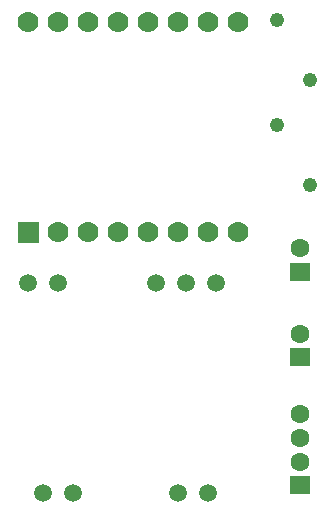
<source format=gbl>
G04 Layer: BottomLayer*
G04 EasyEDA v6.4.5, 2020-09-09T10:55:23+00:00*
G04 38f018f296924ca58de56823afda666e,b97ca10cbf7f413284ca0e80e24dcd20,10*
G04 Gerber Generator version 0.2*
G04 Scale: 100 percent, Rotated: No, Reflected: No *
G04 Dimensions in inches *
G04 leading zeros omitted , absolute positions ,2 integer and 4 decimal *
%FSLAX24Y24*%
%MOIN*%
G90*
G70D02*

%ADD12C,0.047700*%
%ADD13C,0.059370*%
%ADD14C,0.062992*%
%ADD15R,0.066000X0.062992*%
%ADD17C,0.070000*%

%LPD*%
G54D12*
G01X9300Y13250D03*
G01X9300Y16750D03*
G01X10400Y11250D03*
G01X10400Y14750D03*
G54D13*
G01X7000Y1000D03*
G01X6000Y1000D03*
G01X1500Y1000D03*
G01X2500Y1000D03*
G01X1000Y8000D03*
G01X2000Y8000D03*
G01X7250Y8000D03*
G01X6250Y8000D03*
G01X5250Y8000D03*
G54D14*
G01X10059Y6305D03*
G54D15*
G01X10058Y5525D03*
G54D14*
G01X10059Y9155D03*
G54D15*
G01X10058Y8375D03*
G36*
G01X643Y10041D02*
G01X1343Y10041D01*
G01X1343Y9341D01*
G01X643Y9341D01*
G01X643Y10041D01*
G37*
G54D17*
G01X1993Y9691D03*
G01X2993Y9691D03*
G01X3993Y9691D03*
G01X4993Y9691D03*
G01X5993Y9691D03*
G01X6993Y9691D03*
G01X7993Y9691D03*
G01X993Y16691D03*
G01X1993Y16691D03*
G01X2993Y16691D03*
G01X3993Y16691D03*
G01X4993Y16691D03*
G01X5993Y16691D03*
G01X6993Y16691D03*
G01X7993Y16691D03*
G54D14*
G01X10059Y2825D03*
G01X10059Y2038D03*
G54D15*
G01X10058Y1250D03*
G54D14*
G01X10059Y3613D03*
M00*
M02*

</source>
